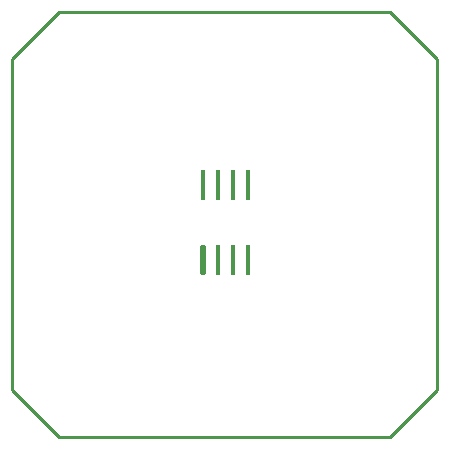
<source format=gtp>
%FSLAX24Y24*%
%MOIN*%
G70*
G01*
G75*
G04 Layer_Color=8421504*
G04:AMPARAMS|DCode=10|XSize=100mil|YSize=17mil|CornerRadius=0mil|HoleSize=0mil|Usage=FLASHONLY|Rotation=90.000|XOffset=0mil|YOffset=0mil|HoleType=Round|Shape=Octagon|*
%AMOCTAGOND10*
4,1,8,0.0043,0.0500,-0.0043,0.0500,-0.0085,0.0458,-0.0085,-0.0458,-0.0043,-0.0500,0.0043,-0.0500,0.0085,-0.0458,0.0085,0.0458,0.0043,0.0500,0.0*
%
%ADD10OCTAGOND10*%

%ADD11R,0.0170X0.1000*%
%ADD12C,0.0100*%
%ADD13C,0.0200*%
%ADD14R,0.0625X0.0625*%
%ADD15R,0.0625X0.0625*%
%ADD16R,0.1575X0.0394*%
%ADD17R,0.1181X0.0394*%
%ADD18R,0.1575X0.1181*%
%ADD19R,0.1181X0.1575*%
%ADD20R,0.0197X0.0315*%
%ADD21R,0.0350X0.0310*%
D10*
X37774Y28812D02*
D03*
D11*
X38274D02*
D03*
X38774D02*
D03*
X39274D02*
D03*
X37774Y31312D02*
D03*
X38274D02*
D03*
X38774D02*
D03*
X39274D02*
D03*
D12*
X32984Y37101D02*
X44008D01*
X45582Y35526D01*
Y24502D02*
Y35526D01*
X44008Y22927D02*
X45582Y24502D01*
X32984Y22927D02*
X44008D01*
X31409Y24502D02*
X32984Y22927D01*
X31409Y24502D02*
Y35526D01*
X32984Y37101D01*
M02*

</source>
